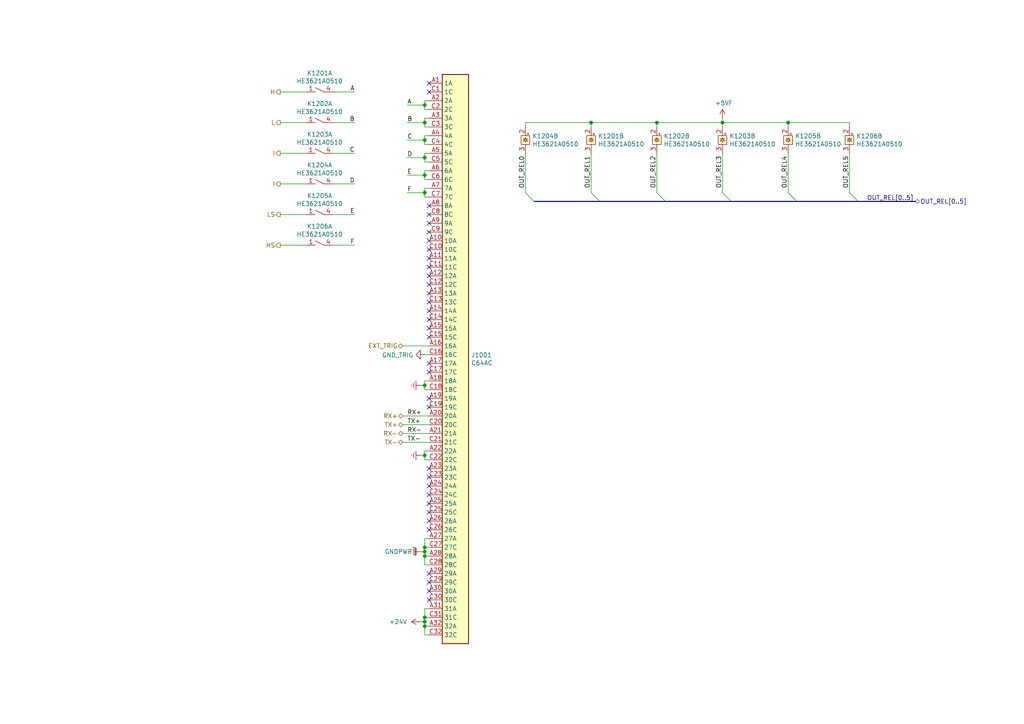
<source format=kicad_sch>
(kicad_sch (version 20230121) (generator eeschema)
  (paper "A4")
  (title_block (title "Connector") (date "2020-03-07") (rev "1.00"))
  (lib_symbols
    (symbol "ETH1CDMM2-rescue:C64AC-Connector"
      (property "Reference" "J" (at 0 85.09 0))
      (property "Value" "Connector_C64AC" (at 6.35 1.27 90))
      (symbol "C64AC-Connector_0_1"
        (rectangle (start -3.81 -81.28) (end 3.81 83.82) (stroke (width 0.254)) (fill (type background)))
      )
      (symbol "C64AC-Connector_1_1"
        (pin passive line (at -7.62 81.28 0) (length 3.81) (name "1A") (number "A1"))
        (pin passive line (at -7.62 35.56 0) (length 3.81) (name "10A") (number "A10"))
        (pin passive line (at -7.62 30.48 0) (length 3.81) (name "11A") (number "A11"))
        (pin passive line (at -7.62 25.4 0) (length 3.81) (name "12A") (number "A12"))
        (pin passive line (at -7.62 20.32 0) (length 3.81) (name "13A") (number "A13"))
        (pin passive line (at -7.62 15.24 0) (length 3.81) (name "14A") (number "A14"))
        (pin passive line (at -7.62 10.16 0) (length 3.81) (name "15A") (number "A15"))
        (pin passive line (at -7.62 5.08 0) (length 3.81) (name "16A") (number "A16"))
        (pin passive line (at -7.62 0 0) (length 3.81) (name "17A") (number "A17"))
        (pin passive line (at -7.62 -5.08 0) (length 3.81) (name "18A") (number "A18"))
        (pin passive line (at -7.62 -10.16 0) (length 3.81) (name "19A") (number "A19"))
        (pin passive line (at -7.62 76.2 0) (length 3.81) (name "2A") (number "A2"))
        (pin passive line (at -7.62 -15.24 0) (length 3.81) (name "20A") (number "A20"))
        (pin passive line (at -7.62 -20.32 0) (length 3.81) (name "21A") (number "A21"))
        (pin passive line (at -7.62 -25.4 0) (length 3.81) (name "22A") (number "A22"))
        (pin passive line (at -7.62 -30.48 0) (length 3.81) (name "23A") (number "A23"))
        (pin passive line (at -7.62 -35.56 0) (length 3.81) (name "24A") (number "A24"))
        (pin passive line (at -7.62 -40.64 0) (length 3.81) (name "25A") (number "A25"))
        (pin passive line (at -7.62 -45.72 0) (length 3.81) (name "26A") (number "A26"))
        (pin passive line (at -7.62 -50.8 0) (length 3.81) (name "27A") (number "A27"))
        (pin passive line (at -7.62 -55.88 0) (length 3.81) (name "28A") (number "A28"))
        (pin passive line (at -7.62 -60.96 0) (length 3.81) (name "29A") (number "A29"))
        (pin passive line (at -7.62 71.12 0) (length 3.81) (name "3A") (number "A3"))
        (pin passive line (at -7.62 -66.04 0) (length 3.81) (name "30A") (number "A30"))
        (pin passive line (at -7.62 -71.12 0) (length 3.81) (name "31A") (number "A31"))
        (pin passive line (at -7.62 -76.2 0) (length 3.81) (name "32A") (number "A32"))
        (pin passive line (at -7.62 66.04 0) (length 3.81) (name "4A") (number "A4"))
        (pin passive line (at -7.62 60.96 0) (length 3.81) (name "5A") (number "A5"))
        (pin passive line (at -7.62 55.88 0) (length 3.81) (name "6A") (number "A6"))
        (pin passive line (at -7.62 50.8 0) (length 3.81) (name "7A") (number "A7"))
        (pin passive line (at -7.62 45.72 0) (length 3.81) (name "8A") (number "A8"))
        (pin passive line (at -7.62 40.64 0) (length 3.81) (name "9A") (number "A9"))
        (pin passive line (at -7.62 78.74 0) (length 3.81) (name "1C") (number "C1"))
        (pin passive line (at -7.62 33.02 0) (length 3.81) (name "10C") (number "C10"))
        (pin passive line (at -7.62 27.94 0) (length 3.81) (name "11C") (number "C11"))
        (pin passive line (at -7.62 22.86 0) (length 3.81) (name "12C") (number "C12"))
        (pin passive line (at -7.62 17.78 0) (length 3.81) (name "13C") (number "C13"))
        (pin passive line (at -7.62 12.7 0) (length 3.81) (name "14C") (number "C14"))
        (pin passive line (at -7.62 7.62 0) (length 3.81) (name "15C") (number "C15"))
        (pin passive line (at -7.62 2.54 0) (length 3.81) (name "16C") (number "C16"))
        (pin passive line (at -7.62 -2.54 0) (length 3.81) (name "17C") (number "C17"))
        (pin passive line (at -7.62 -7.62 0) (length 3.81) (name "18C") (number "C18"))
        (pin passive line (at -7.62 -12.7 0) (length 3.81) (name "19C") (number "C19"))
        (pin passive line (at -7.62 73.66 0) (length 3.81) (name "2C") (number "C2"))
        (pin passive line (at -7.62 -17.78 0) (length 3.81) (name "20C") (number "C20"))
        (pin passive line (at -7.62 -22.86 0) (length 3.81) (name "21C") (number "C21"))
        (pin passive line (at -7.62 -27.94 0) (length 3.81) (name "22C") (number "C22"))
        (pin passive line (at -7.62 -33.02 0) (length 3.81) (name "23C") (number "C23"))
        (pin passive line (at -7.62 -38.1 0) (length 3.81) (name "24C") (number "C24"))
        (pin passive line (at -7.62 -43.18 0) (length 3.81) (name "25C") (number "C25"))
        (pin passive line (at -7.62 -48.26 0) (length 3.81) (name "26C") (number "C26"))
        (pin passive line (at -7.62 -53.34 0) (length 3.81) (name "27C") (number "C27"))
        (pin passive line (at -7.62 -58.42 0) (length 3.81) (name "28C") (number "C28"))
        (pin passive line (at -7.62 -63.5 0) (length 3.81) (name "29C") (number "C29"))
        (pin passive line (at -7.62 68.58 0) (length 3.81) (name "3C") (number "C3"))
        (pin passive line (at -7.62 -68.58 0) (length 3.81) (name "30C") (number "C30"))
        (pin passive line (at -7.62 -73.66 0) (length 3.81) (name "31C") (number "C31"))
        (pin passive line (at -7.62 -78.74 0) (length 3.81) (name "32C") (number "C32"))
        (pin passive line (at -7.62 63.5 0) (length 3.81) (name "4C") (number "C4"))
        (pin passive line (at -7.62 58.42 0) (length 3.81) (name "5C") (number "C5"))
        (pin passive line (at -7.62 53.34 0) (length 3.81) (name "6C") (number "C6"))
        (pin passive line (at -7.62 48.26 0) (length 3.81) (name "7C") (number "C7"))
        (pin passive line (at -7.62 43.18 0) (length 3.81) (name "8C") (number "C8"))
        (pin passive line (at -7.62 38.1 0) (length 3.81) (name "9C") (number "C9"))
      )
    )
    (symbol "ETH1CDMM2:+5VF" (power) (pin_names (offset 0))
      (property "Value" "+5VF" (at 0 3.556 0))
      (symbol "+5VF_0_1"
        (polyline (pts (xy -0.762 1.27) (xy 0 2.54)))
        (polyline (pts (xy 0 0) (xy 0 2.54)))
        (polyline (pts (xy 0 2.54) (xy 0.762 1.27)))
      )
      (symbol "+5VF_1_1"
        (pin power_in line (at 0 0 90) (length 0) hide (name "+5VF") (number "1"))
      )
    )
    (symbol "ETH1CDMM2:GND_TRIG" (power) (pin_names (offset 0))
      (property "Value" "GND_TRIG" (at 0 -3.81 0))
      (symbol "GND_TRIG_0_1"
        (polyline (pts (xy 0 0) (xy 0 -1.27) (xy 1.27 -1.27) (xy 0 -2.54) (xy -1.27 -1.27) (xy 0 -1.27)))
      )
      (symbol "GND_TRIG_1_1"
        (pin power_in line (at 0 0 270) (length 0) hide (name "GND_TRIG") (number "1"))
      )
    )
    (symbol "ETH1CDMM2:HE3621A0510" (pin_names (offset 1.016))
      (property "Reference" "K" (at 6.35 1.27 0))
      (property "Value" "HE3621A0510" (at 6.35 -1.27 0))
      (symbol "HE3621A0510_1_1"
        (polyline (pts (xy 0 -1.27) (xy 1.27 1.27)))
        (pin passive line (at 0 3.81 270) (length 2.54) (name "~") (number "1"))
        (pin passive line (at 0 -3.81 90) (length 2.54) (name "~") (number "4"))
      )
      (symbol "HE3621A0510_2_1"
        (polyline (pts (xy 0 -0.254) (xy 0 -0.635)))
        (polyline (pts (xy 0 0.381) (xy 0 0.762)))
        (polyline (pts (xy 0.508 1.778) (xy 1.016 1.778)))
        (polyline (pts (xy 0.635 0.381) (xy -0.635 0.381)))
        (polyline (pts (xy 0.762 2.032) (xy 0.762 1.524)))
        (polyline (pts (xy 0.635 -0.254) (xy -0.635 -0.254) (xy 0 0.381) (xy 0.635 -0.254)))
        (rectangle (start 1.27 1.27) (end -1.27 -1.27) (fill (type background)))
        (pin passive line (at 0 3.81 270) (length 2.54) (name "~") (number "2"))
        (pin passive line (at 0 -3.81 90) (length 2.54) (name "~") (number "3"))
      )
    )
    (symbol "power:+24V" (power) (pin_names (offset 0))
      (property "Value" "+24V" (at 0 3.556 0))
      (symbol "+24V_0_1"
        (polyline (pts (xy -0.762 1.27) (xy 0 2.54)))
        (polyline (pts (xy 0 0) (xy 0 2.54)))
        (polyline (pts (xy 0 2.54) (xy 0.762 1.27)))
      )
      (symbol "+24V_1_1"
        (pin power_in line (at 0 0 90) (length 0) hide (name "+24V") (number "1"))
      )
    )
    (symbol "power:Earth" (power) (pin_names (offset 0))
      (symbol "Earth_0_1"
        (polyline (pts (xy -0.635 -1.905) (xy 0.635 -1.905)))
        (polyline (pts (xy -0.127 -2.54) (xy 0.127 -2.54)))
        (polyline (pts (xy 0 -1.27) (xy 0 0)))
        (polyline (pts (xy 1.27 -1.27) (xy -1.27 -1.27)))
      )
      (symbol "Earth_1_1"
        (pin power_in line (at 0 0 270) (length 0) hide (name "Earth") (number "1"))
      )
    )
    (symbol "power:GNDPWR" (power) (pin_names (offset 0))
      (property "Value" "GNDPWR" (at 0 -3.302 0))
      (symbol "GNDPWR_0_1"
        (polyline (pts (xy 0 -1.27) (xy 0 0)))
        (polyline (pts (xy -1.016 -1.27) (xy -1.27 -2.032) (xy -1.27 -2.032)) (stroke (width 0.2032)))
        (polyline (pts (xy -0.508 -1.27) (xy -0.762 -2.032) (xy -0.762 -2.032)) (stroke (width 0.2032)))
        (polyline (pts (xy 0 -1.27) (xy -0.254 -2.032) (xy -0.254 -2.032)) (stroke (width 0.2032)))
        (polyline (pts (xy 0.508 -1.27) (xy 0.254 -2.032) (xy 0.254 -2.032)) (stroke (width 0.2032)))
        (polyline (pts (xy 1.016 -1.27) (xy -1.016 -1.27) (xy -1.016 -1.27)) (stroke (width 0.2032)))
        (polyline (pts (xy 1.016 -1.27) (xy 0.762 -2.032) (xy 0.762 -2.032) (xy 0.762 -2.032)) (stroke (width 0.2032)))
      )
      (symbol "GNDPWR_1_1"
        (pin power_in line (at 0 0 270) (length 0) hide (name "GNDPWR") (number "1"))
      )
    )
  )
  (junction (at 123.19 180.34))
  (junction (at 171.45 35.56))
  (junction (at 123.19 35.56))
  (junction (at 123.19 181.61))
  (junction (at 123.19 40.64))
  (junction (at 123.19 160.02))
  (junction (at 123.19 179.07))
  (junction (at 228.6 35.56))
  (junction (at 123.19 111.76))
  (junction (at 123.19 161.29))
  (junction (at 123.19 30.48))
  (junction (at 209.55 35.56))
  (junction (at 123.19 158.75))
  (junction (at 123.19 132.08))
  (junction (at 123.19 45.72))
  (junction (at 123.19 55.88))
  (junction (at 190.5 35.56))
  (junction (at 123.19 50.8))
  (no_connect (at 124.46 24.13))
  (no_connect (at 124.46 153.67))
  (no_connect (at 124.46 151.13))
  (no_connect (at 124.46 59.69))
  (no_connect (at 124.46 92.71))
  (no_connect (at 124.46 148.59))
  (no_connect (at 124.46 118.11))
  (no_connect (at 124.46 95.25))
  (no_connect (at 124.46 168.91))
  (no_connect (at 124.46 115.57))
  (no_connect (at 124.46 166.37))
  (no_connect (at 124.46 77.47))
  (no_connect (at 124.46 97.79))
  (no_connect (at 124.46 90.17))
  (no_connect (at 124.46 69.85))
  (no_connect (at 124.46 143.51))
  (no_connect (at 124.46 26.67))
  (no_connect (at 124.46 135.89))
  (no_connect (at 124.46 82.55))
  (no_connect (at 124.46 80.01))
  (no_connect (at 124.46 62.23))
  (no_connect (at 124.46 64.77))
  (no_connect (at 124.46 72.39))
  (no_connect (at 124.46 146.05))
  (no_connect (at 124.46 105.41))
  (no_connect (at 124.46 171.45))
  (no_connect (at 124.46 140.97))
  (no_connect (at 124.46 87.63))
  (no_connect (at 124.46 173.99))
  (no_connect (at 124.46 85.09))
  (no_connect (at 124.46 67.31))
  (no_connect (at 124.46 107.95))
  (no_connect (at 124.46 74.93))
  (no_connect (at 124.46 138.43))
  (bus_entry (at 246.38 55.88) (size 2.54 2.54))
  (bus_entry (at 209.55 55.88) (size 2.54 2.54))
  (bus_entry (at 190.5 55.88) (size 2.54 2.54))
  (bus_entry (at 228.6 55.88) (size 2.54 2.54))
  (bus_entry (at 152.4 55.88) (size 2.54 2.54))
  (bus_entry (at 171.45 55.88) (size 2.54 2.54))
  (wire (pts (xy 124.46 39.37) (xy 123.19 39.37)))
  (wire (pts (xy 123.19 179.07) (xy 123.19 176.53)))
  (wire (pts (xy 81.28 53.34) (xy 88.9 53.34)))
  (wire (pts (xy 246.38 55.88) (xy 246.38 44.45)))
  (wire (pts (xy 123.19 50.8) (xy 118.11 50.8)))
  (wire (pts (xy 123.19 46.99) (xy 124.46 46.99)))
  (wire (pts (xy 123.19 54.61) (xy 123.19 55.88)))
  (wire (pts (xy 209.55 35.56) (xy 228.6 35.56)))
  (wire (pts (xy 228.6 36.83) (xy 228.6 35.56)))
  (wire (pts (xy 124.46 44.45) (xy 123.19 44.45)))
  (wire (pts (xy 123.19 181.61) (xy 123.19 180.34)))
  (wire (pts (xy 124.46 130.81) (xy 123.19 130.81)))
  (wire (pts (xy 96.52 71.12) (xy 102.87 71.12)))
  (wire (pts (xy 171.45 35.56) (xy 152.4 35.56)))
  (wire (pts (xy 81.28 71.12) (xy 88.9 71.12)))
  (wire (pts (xy 228.6 35.56) (xy 246.38 35.56)))
  (wire (pts (xy 124.46 110.49) (xy 123.19 110.49)))
  (wire (pts (xy 123.19 156.21) (xy 124.46 156.21)))
  (wire (pts (xy 124.46 120.65) (xy 116.84 120.65)))
  (wire (pts (xy 123.19 30.48) (xy 118.11 30.48)))
  (wire (pts (xy 123.19 111.76) (xy 123.19 113.03)))
  (wire (pts (xy 123.19 39.37) (xy 123.19 40.64)))
  (wire (pts (xy 123.19 30.48) (xy 123.19 31.75)))
  (wire (pts (xy 123.19 180.34) (xy 123.19 179.07)))
  (wire (pts (xy 123.19 132.08) (xy 123.19 133.35)))
  (wire (pts (xy 123.19 44.45) (xy 123.19 45.72)))
  (wire (pts (xy 123.19 31.75) (xy 124.46 31.75)))
  (wire (pts (xy 123.19 133.35) (xy 124.46 133.35)))
  (wire (pts (xy 124.46 128.27) (xy 116.84 128.27)))
  (bus (pts (xy 154.94 58.42) (xy 173.99 58.42)))
  (wire (pts (xy 121.92 160.02) (xy 123.19 160.02)))
  (wire (pts (xy 123.19 55.88) (xy 118.11 55.88)))
  (wire (pts (xy 123.19 158.75) (xy 123.19 156.21)))
  (wire (pts (xy 81.28 35.56) (xy 88.9 35.56)))
  (wire (pts (xy 209.55 55.88) (xy 209.55 44.45)))
  (wire (pts (xy 123.19 40.64) (xy 123.19 41.91)))
  (wire (pts (xy 190.5 36.83) (xy 190.5 35.56)))
  (wire (pts (xy 171.45 35.56) (xy 190.5 35.56)))
  (wire (pts (xy 96.52 35.56) (xy 102.87 35.56)))
  (wire (pts (xy 123.19 110.49) (xy 123.19 111.76)))
  (wire (pts (xy 228.6 55.88) (xy 228.6 44.45)))
  (wire (pts (xy 152.4 55.88) (xy 152.4 44.45)))
  (wire (pts (xy 123.19 113.03) (xy 124.46 113.03)))
  (wire (pts (xy 123.19 57.15) (xy 124.46 57.15)))
  (wire (pts (xy 124.46 49.53) (xy 123.19 49.53)))
  (wire (pts (xy 124.46 125.73) (xy 116.84 125.73)))
  (wire (pts (xy 96.52 44.45) (xy 102.87 44.45)))
  (bus (pts (xy 248.92 58.42) (xy 265.43 58.42)))
  (wire (pts (xy 88.9 26.67) (xy 81.28 26.67)))
  (wire (pts (xy 96.52 53.34) (xy 102.87 53.34)))
  (wire (pts (xy 190.5 35.56) (xy 209.55 35.56)))
  (wire (pts (xy 123.19 29.21) (xy 123.19 30.48)))
  (wire (pts (xy 124.46 161.29) (xy 123.19 161.29)))
  (bus (pts (xy 212.09 58.42) (xy 231.14 58.42)))
  (wire (pts (xy 190.5 55.88) (xy 190.5 44.45)))
  (wire (pts (xy 123.19 163.83) (xy 123.19 161.29)))
  (wire (pts (xy 96.52 62.23) (xy 102.87 62.23)))
  (wire (pts (xy 209.55 36.83) (xy 209.55 35.56)))
  (wire (pts (xy 123.19 184.15) (xy 123.19 181.61)))
  (bus (pts (xy 173.99 58.42) (xy 193.04 58.42)))
  (wire (pts (xy 123.19 52.07) (xy 124.46 52.07)))
  (wire (pts (xy 124.46 184.15) (xy 123.19 184.15)))
  (wire (pts (xy 124.46 179.07) (xy 123.19 179.07)))
  (wire (pts (xy 124.46 34.29) (xy 123.19 34.29)))
  (wire (pts (xy 123.19 41.91) (xy 124.46 41.91)))
  (wire (pts (xy 124.46 54.61) (xy 123.19 54.61)))
  (wire (pts (xy 123.19 36.83) (xy 124.46 36.83)))
  (wire (pts (xy 123.19 176.53) (xy 124.46 176.53)))
  (bus (pts (xy 193.04 58.42) (xy 212.09 58.42)))
  (wire (pts (xy 123.19 35.56) (xy 123.19 36.83)))
  (wire (pts (xy 123.19 161.29) (xy 123.19 160.02)))
  (wire (pts (xy 123.19 40.64) (xy 118.11 40.64)))
  (wire (pts (xy 124.46 163.83) (xy 123.19 163.83)))
  (wire (pts (xy 121.92 132.08) (xy 123.19 132.08)))
  (wire (pts (xy 123.19 55.88) (xy 123.19 57.15)))
  (wire (pts (xy 123.19 130.81) (xy 123.19 132.08)))
  (wire (pts (xy 124.46 181.61) (xy 123.19 181.61)))
  (wire (pts (xy 123.19 45.72) (xy 123.19 46.99)))
  (wire (pts (xy 96.52 26.67) (xy 102.87 26.67)))
  (wire (pts (xy 171.45 55.88) (xy 171.45 44.45)))
  (wire (pts (xy 116.84 100.33) (xy 124.46 100.33)))
  (wire (pts (xy 123.19 49.53) (xy 123.19 50.8)))
  (wire (pts (xy 123.19 102.87) (xy 124.46 102.87)))
  (wire (pts (xy 246.38 35.56) (xy 246.38 36.83)))
  (wire (pts (xy 123.19 34.29) (xy 123.19 35.56)))
  (wire (pts (xy 123.19 35.56) (xy 118.11 35.56)))
  (wire (pts (xy 81.28 62.23) (xy 88.9 62.23)))
  (wire (pts (xy 81.28 44.45) (xy 88.9 44.45)))
  (wire (pts (xy 123.19 50.8) (xy 123.19 52.07)))
  (wire (pts (xy 121.92 111.76) (xy 123.19 111.76)))
  (wire (pts (xy 123.19 160.02) (xy 123.19 158.75)))
  (wire (pts (xy 121.92 180.34) (xy 123.19 180.34)))
  (wire (pts (xy 171.45 36.83) (xy 171.45 35.56)))
  (wire (pts (xy 124.46 29.21) (xy 123.19 29.21)))
  (wire (pts (xy 152.4 35.56) (xy 152.4 36.83)))
  (wire (pts (xy 123.19 45.72) (xy 118.11 45.72)))
  (wire (pts (xy 124.46 158.75) (xy 123.19 158.75)))
  (wire (pts (xy 124.46 123.19) (xy 116.84 123.19)))
  (wire (pts (xy 209.55 34.29) (xy 209.55 35.56)))
  (bus (pts (xy 231.14 58.42) (xy 248.92 58.42)))
  (label "C" (at 118.11 40.64 0))
  (label "OUT_REL2" (at 190.5 54.61 90))
  (label "F" (at 102.87 71.12 180))
  (label "B" (at 118.11 35.56 0))
  (label "D" (at 118.11 45.72 0))
  (label "TX+" (at 118.11 123.19 0))
  (label "A" (at 118.11 30.48 0))
  (label "A" (at 102.87 26.67 180))
  (label "D" (at 102.87 53.34 180))
  (label "OUT_REL3" (at 209.55 54.61 90))
  (label "C" (at 102.87 44.45 180))
  (label "TX-" (at 118.11 128.27 0))
  (label "E" (at 102.87 62.23 180))
  (label "E" (at 118.11 50.8 0))
  (label "OUT_REL5" (at 246.38 54.61 90))
  (label "B" (at 102.87 35.56 180))
  (label "OUT_REL1" (at 171.45 54.61 90))
  (label "OUT_REL4" (at 228.6 54.61 90))
  (label "OUT_REL0" (at 152.4 54.61 90))
  (label "RX+" (at 118.11 120.65 0))
  (label "F" (at 118.11 55.88 0))
  (label "RX-" (at 118.11 125.73 0))
  (label "OUT_REL[0..5]" (at 251.46 58.42 0))
  (hierarchical_label "I" (shape output) (at 81.28 44.45 180))
  (hierarchical_label "OUT_REL[0..5]" (shape bidirectional) (at 265.43 58.42 0))
  (hierarchical_label "TX-" (shape bidirectional) (at 116.84 128.27 180))
  (hierarchical_label "L" (shape output) (at 81.28 35.56 180))
  (hierarchical_label "HS" (shape output) (at 81.28 71.12 180))
  (hierarchical_label "TX+" (shape bidirectional) (at 116.84 123.19 180))
  (hierarchical_label "EXT_TRIG" (shape bidirectional) (at 116.84 100.33 180))
  (hierarchical_label "LS" (shape output) (at 81.28 62.23 180))
  (hierarchical_label "I" (shape output) (at 81.28 53.34 180))
  (hierarchical_label "RX-" (shape bidirectional) (at 116.84 125.73 180))
  (hierarchical_label "H" (shape output) (at 81.28 26.67 180))
  (hierarchical_label "RX+" (shape bidirectional) (at 116.84 120.65 180))
  (symbol (lib_id "ETH1CDMM2-rescue:C64AC-Connector") (at 132.08 105.41 0) (unit 1)
    (property "Reference" "J1001" (at 136.652 102.9716 0) (effects (justify left)))
    (property "Value" "C64AC" (at 136.652 105.283 0) (effects (justify left)))
    (property "Footprint" "ETH1CDMM2:Socket_DIN41612-CaseC1-AC-Male-64Pin-2rows" (effects hide))
    (property "Datasheet" " ~" (effects hide))
    (instances (project "ETH1CDMM2" (path "" (reference "J1001") (unit 1)) (path "" (reference "J1201") (unit 1))))
  )
  (symbol (lib_id "power:Earth") (at 121.92 132.08 270) (unit 1)
    (property "Reference" "#PWR01202" (effects hide))
    (property "Value" "Earth" (effects hide))
  )
  (symbol (lib_id "power:Earth") (at 121.92 111.76 270) (unit 1)
    (property "Reference" "#PWR01201" (effects hide))
    (property "Value" "Earth" (effects hide))
  )
  (symbol (lib_id "ETH1CDMM2:HE3621A0510") (at 92.71 26.67 90) (unit 1)
    (property "Reference" "K1201" (at 92.71 21.209 90))
    (property "Value" "HE3621A0510" (at 92.71 23.5204 90))
    (property "Footprint" "ETH1CDMM2:HE360_x-5050462-8" (effects hide))
  )
  (symbol (lib_id "ETH1CDMM2:HE3621A0510") (at 171.45 40.64 0) (unit 2)
    (property "Reference" "K1201" (at 173.4312 39.4716 0) (effects (justify left)))
    (property "Value" "HE3621A0510" (at 173.4312 41.783 0) (effects (justify left)))
    (property "Footprint" "ETH1CDMM2:HE360_x-5050462-8" (effects hide))
  )
  (symbol (lib_id "ETH1CDMM2:HE3621A0510") (at 92.71 62.23 90) (unit 1)
    (property "Reference" "K1205" (at 92.71 56.769 90))
    (property "Value" "HE3621A0510" (at 92.71 59.0804 90))
    (property "Footprint" "ETH1CDMM2:HE360_x-5050462-8" (effects hide))
  )
  (symbol (lib_id "ETH1CDMM2:HE3621A0510") (at 228.6 40.64 0) (unit 2)
    (property "Reference" "K1205" (at 230.5812 39.4716 0) (effects (justify left)))
    (property "Value" "HE3621A0510" (at 230.5812 41.783 0) (effects (justify left)))
    (property "Footprint" "ETH1CDMM2:HE360_x-5050462-8" (effects hide))
  )
  (symbol (lib_id "ETH1CDMM2:HE3621A0510") (at 92.71 35.56 90) (unit 1)
    (property "Reference" "K1202" (at 92.71 30.099 90))
    (property "Value" "HE3621A0510" (at 92.71 32.4104 90))
    (property "Footprint" "ETH1CDMM2:HE360_x-5050462-8" (effects hide))
  )
  (symbol (lib_id "ETH1CDMM2:HE3621A0510") (at 190.5 40.64 0) (unit 2)
    (property "Reference" "K1202" (at 192.4812 39.4716 0) (effects (justify left)))
    (property "Value" "HE3621A0510" (at 192.4812 41.783 0) (effects (justify left)))
    (property "Footprint" "ETH1CDMM2:HE360_x-5050462-8" (effects hide))
  )
  (symbol (lib_id "ETH1CDMM2:HE3621A0510") (at 92.71 71.12 90) (unit 1)
    (property "Reference" "K1206" (at 92.71 65.659 90))
    (property "Value" "HE3621A0510" (at 92.71 67.9704 90))
    (property "Footprint" "ETH1CDMM2:HE360_x-5050462-8" (effects hide))
  )
  (symbol (lib_id "ETH1CDMM2:HE3621A0510") (at 246.38 40.64 0) (unit 2)
    (property "Reference" "K1206" (at 248.3612 39.4716 0) (effects (justify left)))
    (property "Value" "HE3621A0510" (at 248.3612 41.783 0) (effects (justify left)))
    (property "Footprint" "ETH1CDMM2:HE360_x-5050462-8" (effects hide))
  )
  (symbol (lib_id "ETH1CDMM2:HE3621A0510") (at 92.71 44.45 90) (unit 1)
    (property "Reference" "K1203" (at 92.71 38.989 90))
    (property "Value" "HE3621A0510" (at 92.71 41.3004 90))
    (property "Footprint" "ETH1CDMM2:HE360_x-5050462-8" (effects hide))
  )
  (symbol (lib_id "ETH1CDMM2:HE3621A0510") (at 209.55 40.64 0) (unit 2)
    (property "Reference" "K1203" (at 211.5312 39.4716 0) (effects (justify left)))
    (property "Value" "HE3621A0510" (at 211.5312 41.783 0) (effects (justify left)))
    (property "Footprint" "ETH1CDMM2:HE360_x-5050462-8" (effects hide))
  )
  (symbol (lib_id "ETH1CDMM2:+5VF") (at 209.55 34.29 0) (unit 1)
    (property "Reference" "#PWR01206" (effects hide))
    (property "Value" "+5VF" (at 209.931 29.8958 0))
  )
  (symbol (lib_id "ETH1CDMM2:HE3621A0510") (at 92.71 53.34 90) (unit 1)
    (property "Reference" "K1204" (at 92.71 47.879 90))
    (property "Value" "HE3621A0510" (at 92.71 50.1904 90))
    (property "Footprint" "ETH1CDMM2:HE360_x-5050462-8" (effects hide))
  )
  (symbol (lib_id "ETH1CDMM2:HE3621A0510") (at 152.4 40.64 0) (unit 2)
    (property "Reference" "K1204" (at 154.3812 39.4716 0) (effects (justify left)))
    (property "Value" "HE3621A0510" (at 154.3812 41.783 0) (effects (justify left)))
    (property "Footprint" "ETH1CDMM2:HE360_x-5050462-8" (effects hide))
  )
  (symbol (lib_id "ETH1CDMM2:GND_TRIG") (at 123.19 102.87 270) (unit 1)
    (property "Reference" "#PWR01205" (effects hide))
    (property "Value" "GND_TRIG" (at 119.9388 102.997 90) (effects (justify right)))
  )
  (symbol (lib_id "power:GNDPWR") (at 121.92 160.02 270) (unit 1)
    (property "Reference" "#PWR01004" (effects hide))
    (property "Value" "GNDPWR" (at 115.57 160.02 90))
    (instances (project "ETH1CDMM2" (path "" (reference "#PWR01004") (unit 1)) (path "" (reference "#PWR01203") (unit 1))))
  )
  (symbol (lib_id "power:+24V") (at 121.92 180.34 90) (unit 1)
    (property "Reference" "#PWR01204" (effects hide))
    (property "Value" "+24V" (at 118.11 180.34 90) (effects (justify left)))
  )
)
</source>
